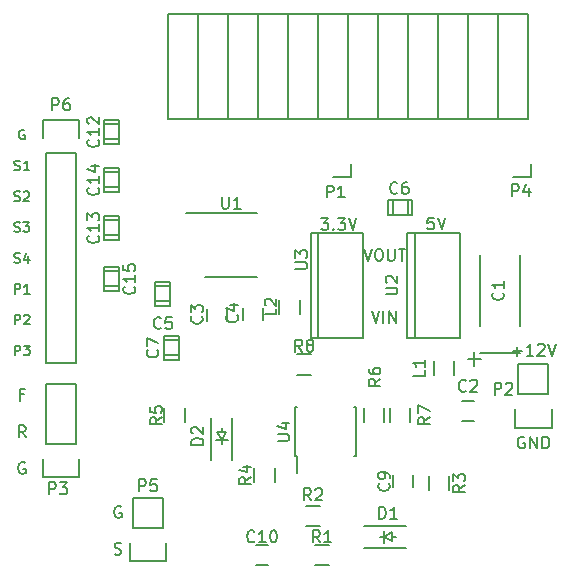
<source format=gto>
%FSLAX46Y46*%
G04 Gerber Fmt 4.6, Leading zero omitted, Abs format (unit mm)*
G04 Created by KiCad (PCBNEW (2014-10-27 BZR 5228)-product) date 28/06/2015 08:06:50*
%MOMM*%
G01*
G04 APERTURE LIST*
%ADD10C,0.100000*%
%ADD11C,0.150000*%
%ADD12C,0.127000*%
G04 APERTURE END LIST*
D10*
D11*
X117564071Y-101958500D02*
X117485500Y-101919214D01*
X117367643Y-101919214D01*
X117249786Y-101958500D01*
X117171214Y-102037071D01*
X117131929Y-102115643D01*
X117092643Y-102272786D01*
X117092643Y-102390643D01*
X117131929Y-102547786D01*
X117171214Y-102626357D01*
X117249786Y-102704929D01*
X117367643Y-102744214D01*
X117446214Y-102744214D01*
X117564071Y-102704929D01*
X117603357Y-102665643D01*
X117603357Y-102390643D01*
X117446214Y-102390643D01*
X116719429Y-105314929D02*
X116837286Y-105354214D01*
X117033715Y-105354214D01*
X117112286Y-105314929D01*
X117151572Y-105275643D01*
X117190857Y-105197071D01*
X117190857Y-105118500D01*
X117151572Y-105039929D01*
X117112286Y-105000643D01*
X117033715Y-104961357D01*
X116876572Y-104922071D01*
X116798000Y-104882786D01*
X116758715Y-104843500D01*
X116719429Y-104764929D01*
X116719429Y-104686357D01*
X116758715Y-104607786D01*
X116798000Y-104568500D01*
X116876572Y-104529214D01*
X117073000Y-104529214D01*
X117190857Y-104568500D01*
X117976571Y-105354214D02*
X117505143Y-105354214D01*
X117740857Y-105354214D02*
X117740857Y-104529214D01*
X117662286Y-104647071D01*
X117583714Y-104725643D01*
X117505143Y-104764929D01*
X116719429Y-107924929D02*
X116837286Y-107964214D01*
X117033715Y-107964214D01*
X117112286Y-107924929D01*
X117151572Y-107885643D01*
X117190857Y-107807071D01*
X117190857Y-107728500D01*
X117151572Y-107649929D01*
X117112286Y-107610643D01*
X117033715Y-107571357D01*
X116876572Y-107532071D01*
X116798000Y-107492786D01*
X116758715Y-107453500D01*
X116719429Y-107374929D01*
X116719429Y-107296357D01*
X116758715Y-107217786D01*
X116798000Y-107178500D01*
X116876572Y-107139214D01*
X117073000Y-107139214D01*
X117190857Y-107178500D01*
X117505143Y-107217786D02*
X117544429Y-107178500D01*
X117623000Y-107139214D01*
X117819429Y-107139214D01*
X117898000Y-107178500D01*
X117937286Y-107217786D01*
X117976571Y-107296357D01*
X117976571Y-107374929D01*
X117937286Y-107492786D01*
X117465857Y-107964214D01*
X117976571Y-107964214D01*
X116719429Y-110534929D02*
X116837286Y-110574214D01*
X117033715Y-110574214D01*
X117112286Y-110534929D01*
X117151572Y-110495643D01*
X117190857Y-110417071D01*
X117190857Y-110338500D01*
X117151572Y-110259929D01*
X117112286Y-110220643D01*
X117033715Y-110181357D01*
X116876572Y-110142071D01*
X116798000Y-110102786D01*
X116758715Y-110063500D01*
X116719429Y-109984929D01*
X116719429Y-109906357D01*
X116758715Y-109827786D01*
X116798000Y-109788500D01*
X116876572Y-109749214D01*
X117073000Y-109749214D01*
X117190857Y-109788500D01*
X117465857Y-109749214D02*
X117976571Y-109749214D01*
X117701571Y-110063500D01*
X117819429Y-110063500D01*
X117898000Y-110102786D01*
X117937286Y-110142071D01*
X117976571Y-110220643D01*
X117976571Y-110417071D01*
X117937286Y-110495643D01*
X117898000Y-110534929D01*
X117819429Y-110574214D01*
X117583714Y-110574214D01*
X117505143Y-110534929D01*
X117465857Y-110495643D01*
X116719429Y-113144929D02*
X116837286Y-113184214D01*
X117033715Y-113184214D01*
X117112286Y-113144929D01*
X117151572Y-113105643D01*
X117190857Y-113027071D01*
X117190857Y-112948500D01*
X117151572Y-112869929D01*
X117112286Y-112830643D01*
X117033715Y-112791357D01*
X116876572Y-112752071D01*
X116798000Y-112712786D01*
X116758715Y-112673500D01*
X116719429Y-112594929D01*
X116719429Y-112516357D01*
X116758715Y-112437786D01*
X116798000Y-112398500D01*
X116876572Y-112359214D01*
X117073000Y-112359214D01*
X117190857Y-112398500D01*
X117898000Y-112634214D02*
X117898000Y-113184214D01*
X117701571Y-112319929D02*
X117505143Y-112909214D01*
X118015857Y-112909214D01*
X116739072Y-115794214D02*
X116739072Y-114969214D01*
X117053357Y-114969214D01*
X117131929Y-115008500D01*
X117171214Y-115047786D01*
X117210500Y-115126357D01*
X117210500Y-115244214D01*
X117171214Y-115322786D01*
X117131929Y-115362071D01*
X117053357Y-115401357D01*
X116739072Y-115401357D01*
X117996214Y-115794214D02*
X117524786Y-115794214D01*
X117760500Y-115794214D02*
X117760500Y-114969214D01*
X117681929Y-115087071D01*
X117603357Y-115165643D01*
X117524786Y-115204929D01*
X116739072Y-118404214D02*
X116739072Y-117579214D01*
X117053357Y-117579214D01*
X117131929Y-117618500D01*
X117171214Y-117657786D01*
X117210500Y-117736357D01*
X117210500Y-117854214D01*
X117171214Y-117932786D01*
X117131929Y-117972071D01*
X117053357Y-118011357D01*
X116739072Y-118011357D01*
X117524786Y-117657786D02*
X117564072Y-117618500D01*
X117642643Y-117579214D01*
X117839072Y-117579214D01*
X117917643Y-117618500D01*
X117956929Y-117657786D01*
X117996214Y-117736357D01*
X117996214Y-117814929D01*
X117956929Y-117932786D01*
X117485500Y-118404214D01*
X117996214Y-118404214D01*
X116739072Y-121014214D02*
X116739072Y-120189214D01*
X117053357Y-120189214D01*
X117131929Y-120228500D01*
X117171214Y-120267786D01*
X117210500Y-120346357D01*
X117210500Y-120464214D01*
X117171214Y-120542786D01*
X117131929Y-120582071D01*
X117053357Y-120621357D01*
X116739072Y-120621357D01*
X117485500Y-120189214D02*
X117996214Y-120189214D01*
X117721214Y-120503500D01*
X117839072Y-120503500D01*
X117917643Y-120542786D01*
X117956929Y-120582071D01*
X117996214Y-120660643D01*
X117996214Y-120857071D01*
X117956929Y-120935643D01*
X117917643Y-120974929D01*
X117839072Y-121014214D01*
X117603357Y-121014214D01*
X117524786Y-120974929D01*
X117485500Y-120935643D01*
X146288095Y-112002381D02*
X146621428Y-113002381D01*
X146954762Y-112002381D01*
X147478571Y-112002381D02*
X147669048Y-112002381D01*
X147764286Y-112050000D01*
X147859524Y-112145238D01*
X147907143Y-112335714D01*
X147907143Y-112669048D01*
X147859524Y-112859524D01*
X147764286Y-112954762D01*
X147669048Y-113002381D01*
X147478571Y-113002381D01*
X147383333Y-112954762D01*
X147288095Y-112859524D01*
X147240476Y-112669048D01*
X147240476Y-112335714D01*
X147288095Y-112145238D01*
X147383333Y-112050000D01*
X147478571Y-112002381D01*
X148335714Y-112002381D02*
X148335714Y-112811905D01*
X148383333Y-112907143D01*
X148430952Y-112954762D01*
X148526190Y-113002381D01*
X148716667Y-113002381D01*
X148811905Y-112954762D01*
X148859524Y-112907143D01*
X148907143Y-112811905D01*
X148907143Y-112002381D01*
X149240476Y-112002381D02*
X149811905Y-112002381D01*
X149526190Y-113002381D02*
X149526190Y-112002381D01*
X146954762Y-117252381D02*
X147288095Y-118252381D01*
X147621429Y-117252381D01*
X147954762Y-118252381D02*
X147954762Y-117252381D01*
X148430952Y-118252381D02*
X148430952Y-117252381D01*
X149002381Y-118252381D01*
X149002381Y-117252381D01*
X125737905Y-133840000D02*
X125642667Y-133792381D01*
X125499810Y-133792381D01*
X125356952Y-133840000D01*
X125261714Y-133935238D01*
X125214095Y-134030476D01*
X125166476Y-134220952D01*
X125166476Y-134363810D01*
X125214095Y-134554286D01*
X125261714Y-134649524D01*
X125356952Y-134744762D01*
X125499810Y-134792381D01*
X125595048Y-134792381D01*
X125737905Y-134744762D01*
X125785524Y-134697143D01*
X125785524Y-134363810D01*
X125595048Y-134363810D01*
X125190286Y-137844762D02*
X125333143Y-137892381D01*
X125571239Y-137892381D01*
X125666477Y-137844762D01*
X125714096Y-137797143D01*
X125761715Y-137701905D01*
X125761715Y-137606667D01*
X125714096Y-137511429D01*
X125666477Y-137463810D01*
X125571239Y-137416190D01*
X125380762Y-137368571D01*
X125285524Y-137320952D01*
X125237905Y-137273333D01*
X125190286Y-137178095D01*
X125190286Y-137082857D01*
X125237905Y-136987619D01*
X125285524Y-136940000D01*
X125380762Y-136892381D01*
X125618858Y-136892381D01*
X125761715Y-136940000D01*
X117490858Y-124336571D02*
X117157524Y-124336571D01*
X117157524Y-124860381D02*
X117157524Y-123860381D01*
X117633715Y-123860381D01*
X117657524Y-127960381D02*
X117324190Y-127484190D01*
X117086095Y-127960381D02*
X117086095Y-126960381D01*
X117467048Y-126960381D01*
X117562286Y-127008000D01*
X117609905Y-127055619D01*
X117657524Y-127150857D01*
X117657524Y-127293714D01*
X117609905Y-127388952D01*
X117562286Y-127436571D01*
X117467048Y-127484190D01*
X117086095Y-127484190D01*
X117609905Y-130108000D02*
X117514667Y-130060381D01*
X117371810Y-130060381D01*
X117228952Y-130108000D01*
X117133714Y-130203238D01*
X117086095Y-130298476D01*
X117038476Y-130488952D01*
X117038476Y-130631810D01*
X117086095Y-130822286D01*
X117133714Y-130917524D01*
X117228952Y-131012762D01*
X117371810Y-131060381D01*
X117467048Y-131060381D01*
X117609905Y-131012762D01*
X117657524Y-130965143D01*
X117657524Y-130631810D01*
X117467048Y-130631810D01*
X152209524Y-109352381D02*
X151733333Y-109352381D01*
X151685714Y-109828571D01*
X151733333Y-109780952D01*
X151828571Y-109733333D01*
X152066667Y-109733333D01*
X152161905Y-109780952D01*
X152209524Y-109828571D01*
X152257143Y-109923810D01*
X152257143Y-110161905D01*
X152209524Y-110257143D01*
X152161905Y-110304762D01*
X152066667Y-110352381D01*
X151828571Y-110352381D01*
X151733333Y-110304762D01*
X151685714Y-110257143D01*
X152542857Y-109352381D02*
X152876190Y-110352381D01*
X153209524Y-109352381D01*
X142673810Y-109402381D02*
X143292858Y-109402381D01*
X142959524Y-109783333D01*
X143102382Y-109783333D01*
X143197620Y-109830952D01*
X143245239Y-109878571D01*
X143292858Y-109973810D01*
X143292858Y-110211905D01*
X143245239Y-110307143D01*
X143197620Y-110354762D01*
X143102382Y-110402381D01*
X142816667Y-110402381D01*
X142721429Y-110354762D01*
X142673810Y-110307143D01*
X143721429Y-110307143D02*
X143769048Y-110354762D01*
X143721429Y-110402381D01*
X143673810Y-110354762D01*
X143721429Y-110307143D01*
X143721429Y-110402381D01*
X144102381Y-109402381D02*
X144721429Y-109402381D01*
X144388095Y-109783333D01*
X144530953Y-109783333D01*
X144626191Y-109830952D01*
X144673810Y-109878571D01*
X144721429Y-109973810D01*
X144721429Y-110211905D01*
X144673810Y-110307143D01*
X144626191Y-110354762D01*
X144530953Y-110402381D01*
X144245238Y-110402381D01*
X144150000Y-110354762D01*
X144102381Y-110307143D01*
X145007143Y-109402381D02*
X145340476Y-110402381D01*
X145673810Y-109402381D01*
X159888096Y-127950000D02*
X159792858Y-127902381D01*
X159650001Y-127902381D01*
X159507143Y-127950000D01*
X159411905Y-128045238D01*
X159364286Y-128140476D01*
X159316667Y-128330952D01*
X159316667Y-128473810D01*
X159364286Y-128664286D01*
X159411905Y-128759524D01*
X159507143Y-128854762D01*
X159650001Y-128902381D01*
X159745239Y-128902381D01*
X159888096Y-128854762D01*
X159935715Y-128807143D01*
X159935715Y-128473810D01*
X159745239Y-128473810D01*
X160364286Y-128902381D02*
X160364286Y-127902381D01*
X160935715Y-128902381D01*
X160935715Y-127902381D01*
X161411905Y-128902381D02*
X161411905Y-127902381D01*
X161650000Y-127902381D01*
X161792858Y-127950000D01*
X161888096Y-128045238D01*
X161935715Y-128140476D01*
X161983334Y-128330952D01*
X161983334Y-128473810D01*
X161935715Y-128664286D01*
X161888096Y-128759524D01*
X161792858Y-128854762D01*
X161650000Y-128902381D01*
X161411905Y-128902381D01*
X158888095Y-120671429D02*
X159650000Y-120671429D01*
X159269048Y-121052381D02*
X159269048Y-120290476D01*
X160650000Y-121052381D02*
X160078571Y-121052381D01*
X160364285Y-121052381D02*
X160364285Y-120052381D01*
X160269047Y-120195238D01*
X160173809Y-120290476D01*
X160078571Y-120338095D01*
X161030952Y-120147619D02*
X161078571Y-120100000D01*
X161173809Y-120052381D01*
X161411905Y-120052381D01*
X161507143Y-120100000D01*
X161554762Y-120147619D01*
X161602381Y-120242857D01*
X161602381Y-120338095D01*
X161554762Y-120480952D01*
X160983333Y-121052381D01*
X161602381Y-121052381D01*
X161888095Y-120052381D02*
X162221428Y-121052381D01*
X162554762Y-120052381D01*
X156100740Y-120800180D02*
X159499260Y-120800180D01*
X159499260Y-112550260D02*
X159499260Y-118549740D01*
X156100740Y-112550260D02*
X156100740Y-118549740D01*
X155097440Y-121303100D02*
X156197260Y-121303100D01*
X155597820Y-121902540D02*
X155597820Y-120703660D01*
X137750000Y-118050000D02*
X137750000Y-117050000D01*
X136050000Y-117050000D02*
X136050000Y-118050000D01*
X134750000Y-118100000D02*
X134750000Y-117100000D01*
X133050000Y-117100000D02*
X133050000Y-118100000D01*
X155600000Y-124900000D02*
X154600000Y-124900000D01*
X154600000Y-126600000D02*
X155600000Y-126600000D01*
D12*
X128651000Y-115189000D02*
X129921000Y-115189000D01*
X128651000Y-116459000D02*
X129895600Y-116459000D01*
X128651000Y-116840000D02*
X128651000Y-114808000D01*
X128651000Y-114808000D02*
X129921000Y-114808000D01*
X129921000Y-114808000D02*
X129921000Y-116840000D01*
X129921000Y-116840000D02*
X128651000Y-116840000D01*
X148765000Y-109135000D02*
X148765000Y-107865000D01*
X150035000Y-109135000D02*
X150035000Y-107890400D01*
X150416000Y-109135000D02*
X148384000Y-109135000D01*
X148384000Y-109135000D02*
X148384000Y-107865000D01*
X148384000Y-107865000D02*
X150416000Y-107865000D01*
X150416000Y-107865000D02*
X150416000Y-109135000D01*
X129413000Y-119761000D02*
X130683000Y-119761000D01*
X129413000Y-121031000D02*
X130657600Y-121031000D01*
X129413000Y-121412000D02*
X129413000Y-119380000D01*
X129413000Y-119380000D02*
X130683000Y-119380000D01*
X130683000Y-119380000D02*
X130683000Y-121412000D01*
X130683000Y-121412000D02*
X129413000Y-121412000D01*
D11*
X159380000Y-124330000D02*
X159380000Y-121790000D01*
X159100000Y-127150000D02*
X159100000Y-125600000D01*
X159380000Y-124330000D02*
X161920000Y-124330000D01*
X162200000Y-125600000D02*
X162200000Y-127150000D01*
X162200000Y-127150000D02*
X159100000Y-127150000D01*
X161920000Y-124330000D02*
X161920000Y-121790000D01*
X161920000Y-121790000D02*
X159380000Y-121790000D01*
X121920000Y-128524000D02*
X121920000Y-123444000D01*
X121920000Y-123444000D02*
X119380000Y-123444000D01*
X119380000Y-123444000D02*
X119380000Y-128524000D01*
X119100000Y-131344000D02*
X119100000Y-129794000D01*
X119380000Y-128524000D02*
X121920000Y-128524000D01*
X122200000Y-129794000D02*
X122200000Y-131344000D01*
X122200000Y-131344000D02*
X119100000Y-131344000D01*
X129730000Y-92160000D02*
X129730000Y-100990000D01*
X132270000Y-92160000D02*
X129730000Y-92160000D01*
X132270000Y-100990000D02*
X129730000Y-100990000D01*
X129730000Y-100990000D02*
X129730000Y-92160000D01*
X132270000Y-100990000D02*
X132270000Y-92160000D01*
X134810000Y-100990000D02*
X132270000Y-100990000D01*
X134810000Y-92160000D02*
X132270000Y-92160000D01*
X132270000Y-92160000D02*
X132270000Y-100990000D01*
X134810000Y-92160000D02*
X134810000Y-100990000D01*
X137350000Y-92160000D02*
X134810000Y-92160000D01*
X137350000Y-100990000D02*
X134810000Y-100990000D01*
X134810000Y-100990000D02*
X134810000Y-92160000D01*
X137350000Y-100990000D02*
X137350000Y-92160000D01*
X139890000Y-100990000D02*
X137350000Y-100990000D01*
X139890000Y-92160000D02*
X137350000Y-92160000D01*
X137350000Y-92160000D02*
X137350000Y-100990000D01*
X139890000Y-92160000D02*
X139890000Y-100990000D01*
X142430000Y-92160000D02*
X139890000Y-92160000D01*
X142430000Y-100990000D02*
X139890000Y-100990000D01*
X139890000Y-100990000D02*
X139890000Y-92160000D01*
X142430000Y-100990000D02*
X142430000Y-92160000D01*
X144970000Y-100990000D02*
X142430000Y-100990000D01*
X143700000Y-105950000D02*
X145250000Y-105950000D01*
X145250000Y-105950000D02*
X145250000Y-104800000D01*
X144970000Y-100990000D02*
X144970000Y-92160000D01*
X144970000Y-92160000D02*
X142430000Y-92160000D01*
X142430000Y-92160000D02*
X142430000Y-100990000D01*
X144930000Y-92160000D02*
X144930000Y-100990000D01*
X147470000Y-92160000D02*
X144930000Y-92160000D01*
X147470000Y-100990000D02*
X144930000Y-100990000D01*
X144930000Y-100990000D02*
X144930000Y-92160000D01*
X147470000Y-100990000D02*
X147470000Y-92160000D01*
X150010000Y-100990000D02*
X147470000Y-100990000D01*
X150010000Y-92160000D02*
X147470000Y-92160000D01*
X147470000Y-92160000D02*
X147470000Y-100990000D01*
X150010000Y-92160000D02*
X150010000Y-100990000D01*
X152550000Y-92160000D02*
X150010000Y-92160000D01*
X152550000Y-100990000D02*
X150010000Y-100990000D01*
X150010000Y-100990000D02*
X150010000Y-92160000D01*
X152550000Y-100990000D02*
X152550000Y-92160000D01*
X155090000Y-100990000D02*
X152550000Y-100990000D01*
X155090000Y-92160000D02*
X152550000Y-92160000D01*
X152550000Y-92160000D02*
X152550000Y-100990000D01*
X155090000Y-92160000D02*
X155090000Y-100990000D01*
X157630000Y-92160000D02*
X155090000Y-92160000D01*
X157630000Y-100990000D02*
X155090000Y-100990000D01*
X155090000Y-100990000D02*
X155090000Y-92160000D01*
X157630000Y-100990000D02*
X157630000Y-92160000D01*
X160170000Y-100990000D02*
X157630000Y-100990000D01*
X158900000Y-105950000D02*
X160450000Y-105950000D01*
X160450000Y-105950000D02*
X160450000Y-104800000D01*
X160170000Y-100990000D02*
X160170000Y-92160000D01*
X160170000Y-92160000D02*
X157630000Y-92160000D01*
X157630000Y-92160000D02*
X157630000Y-100990000D01*
X150595000Y-119545000D02*
X149960000Y-119545000D01*
X149960000Y-119545000D02*
X149960000Y-110655000D01*
X149960000Y-110655000D02*
X150595000Y-110655000D01*
X154405000Y-119545000D02*
X150595000Y-119545000D01*
X150595000Y-119545000D02*
X150595000Y-110655000D01*
X150595000Y-110655000D02*
X154405000Y-110655000D01*
X154405000Y-110655000D02*
X154405000Y-119545000D01*
X142445000Y-119595000D02*
X141810000Y-119595000D01*
X141810000Y-119595000D02*
X141810000Y-110705000D01*
X141810000Y-110705000D02*
X142445000Y-110705000D01*
X146255000Y-119595000D02*
X142445000Y-119595000D01*
X142445000Y-119595000D02*
X142445000Y-110705000D01*
X142445000Y-110705000D02*
X146255000Y-110705000D01*
X146255000Y-110705000D02*
X146255000Y-119595000D01*
X148800000Y-131150000D02*
X148800000Y-132150000D01*
X150500000Y-132150000D02*
X150500000Y-131150000D01*
X126746000Y-135636000D02*
X126746000Y-133096000D01*
X126466000Y-138456000D02*
X126466000Y-136906000D01*
X126746000Y-135636000D02*
X129286000Y-135636000D01*
X129566000Y-136906000D02*
X129566000Y-138456000D01*
X129566000Y-138456000D02*
X126466000Y-138456000D01*
X129286000Y-135636000D02*
X129286000Y-133096000D01*
X129286000Y-133096000D02*
X126746000Y-133096000D01*
X143348000Y-138797000D02*
X142148000Y-138797000D01*
X142148000Y-137047000D02*
X143348000Y-137047000D01*
X141386000Y-133745000D02*
X142586000Y-133745000D01*
X142586000Y-135495000D02*
X141386000Y-135495000D01*
X153525000Y-131200000D02*
X153525000Y-132400000D01*
X151775000Y-132400000D02*
X151775000Y-131200000D01*
X137025000Y-131750000D02*
X137025000Y-130550000D01*
X138775000Y-130550000D02*
X138775000Y-131750000D01*
X129375000Y-126700000D02*
X129375000Y-125500000D01*
X131125000Y-125500000D02*
X131125000Y-126700000D01*
X146275000Y-126700000D02*
X146275000Y-125500000D01*
X148025000Y-125500000D02*
X148025000Y-126700000D01*
X148475000Y-126700000D02*
X148475000Y-125500000D01*
X150225000Y-125500000D02*
X150225000Y-126700000D01*
X141800000Y-122675000D02*
X140600000Y-122675000D01*
X140600000Y-120925000D02*
X141800000Y-120925000D01*
X132850000Y-114425000D02*
X137250000Y-114425000D01*
X131275000Y-108975000D02*
X137250000Y-108975000D01*
X140475000Y-129575000D02*
X140620000Y-129575000D01*
X140475000Y-125425000D02*
X140620000Y-125425000D01*
X145625000Y-125425000D02*
X145480000Y-125425000D01*
X145625000Y-129575000D02*
X145480000Y-129575000D01*
X140475000Y-129575000D02*
X140475000Y-125425000D01*
X145625000Y-129575000D02*
X145625000Y-125425000D01*
X140620000Y-129575000D02*
X140620000Y-130975000D01*
X137168000Y-138772000D02*
X138168000Y-138772000D01*
X138168000Y-137072000D02*
X137168000Y-137072000D01*
X148653500Y-136398000D02*
X149034500Y-136398000D01*
X147637500Y-136398000D02*
X148018500Y-136398000D01*
X148018500Y-136398000D02*
X148653500Y-136017000D01*
X148653500Y-136017000D02*
X148653500Y-136779000D01*
X148653500Y-136779000D02*
X148018500Y-136398000D01*
X148018500Y-135890000D02*
X148018500Y-136906000D01*
X146336000Y-137298000D02*
X149876000Y-137298000D01*
X146336000Y-135498000D02*
X149876000Y-135498000D01*
X134250000Y-127532500D02*
X134250000Y-127151500D01*
X134250000Y-128548500D02*
X134250000Y-128167500D01*
X134250000Y-128167500D02*
X133869000Y-127532500D01*
X133869000Y-127532500D02*
X134631000Y-127532500D01*
X134631000Y-127532500D02*
X134250000Y-128167500D01*
X133742000Y-128167500D02*
X134758000Y-128167500D01*
X135150000Y-129850000D02*
X135150000Y-126310000D01*
X133350000Y-129850000D02*
X133350000Y-126310000D01*
X153975000Y-121500000D02*
X153975000Y-122700000D01*
X152225000Y-122700000D02*
X152225000Y-121500000D01*
X139125000Y-117550000D02*
X139125000Y-116350000D01*
X140875000Y-116350000D02*
X140875000Y-117550000D01*
D12*
X125603000Y-102743000D02*
X124333000Y-102743000D01*
X125603000Y-101473000D02*
X124358400Y-101473000D01*
X125603000Y-101092000D02*
X125603000Y-103124000D01*
X125603000Y-103124000D02*
X124333000Y-103124000D01*
X124333000Y-103124000D02*
X124333000Y-101092000D01*
X124333000Y-101092000D02*
X125603000Y-101092000D01*
X125603000Y-110871000D02*
X124333000Y-110871000D01*
X125603000Y-109601000D02*
X124358400Y-109601000D01*
X125603000Y-109220000D02*
X125603000Y-111252000D01*
X125603000Y-111252000D02*
X124333000Y-111252000D01*
X124333000Y-111252000D02*
X124333000Y-109220000D01*
X124333000Y-109220000D02*
X125603000Y-109220000D01*
X125603000Y-106807000D02*
X124333000Y-106807000D01*
X125603000Y-105537000D02*
X124358400Y-105537000D01*
X125603000Y-105156000D02*
X125603000Y-107188000D01*
X125603000Y-107188000D02*
X124333000Y-107188000D01*
X124333000Y-107188000D02*
X124333000Y-105156000D01*
X124333000Y-105156000D02*
X125603000Y-105156000D01*
X124333000Y-113919000D02*
X125603000Y-113919000D01*
X124333000Y-115189000D02*
X125577600Y-115189000D01*
X124333000Y-115570000D02*
X124333000Y-113538000D01*
X124333000Y-113538000D02*
X125603000Y-113538000D01*
X125603000Y-113538000D02*
X125603000Y-115570000D01*
X125603000Y-115570000D02*
X124333000Y-115570000D01*
D11*
X121920000Y-103886000D02*
X121920000Y-121666000D01*
X121920000Y-121666000D02*
X119380000Y-121666000D01*
X119380000Y-121666000D02*
X119380000Y-103886000D01*
X122200000Y-101066000D02*
X122200000Y-102616000D01*
X121920000Y-103886000D02*
X119380000Y-103886000D01*
X119100000Y-102616000D02*
X119100000Y-101066000D01*
X119100000Y-101066000D02*
X122200000Y-101066000D01*
X158057143Y-115716666D02*
X158104762Y-115764285D01*
X158152381Y-115907142D01*
X158152381Y-116002380D01*
X158104762Y-116145238D01*
X158009524Y-116240476D01*
X157914286Y-116288095D01*
X157723810Y-116335714D01*
X157580952Y-116335714D01*
X157390476Y-116288095D01*
X157295238Y-116240476D01*
X157200000Y-116145238D01*
X157152381Y-116002380D01*
X157152381Y-115907142D01*
X157200000Y-115764285D01*
X157247619Y-115716666D01*
X158152381Y-114764285D02*
X158152381Y-115335714D01*
X158152381Y-115050000D02*
X157152381Y-115050000D01*
X157295238Y-115145238D01*
X157390476Y-115240476D01*
X157438095Y-115335714D01*
X135557143Y-117616666D02*
X135604762Y-117664285D01*
X135652381Y-117807142D01*
X135652381Y-117902380D01*
X135604762Y-118045238D01*
X135509524Y-118140476D01*
X135414286Y-118188095D01*
X135223810Y-118235714D01*
X135080952Y-118235714D01*
X134890476Y-118188095D01*
X134795238Y-118140476D01*
X134700000Y-118045238D01*
X134652381Y-117902380D01*
X134652381Y-117807142D01*
X134700000Y-117664285D01*
X134747619Y-117616666D01*
X134985714Y-116759523D02*
X135652381Y-116759523D01*
X134604762Y-116997619D02*
X135319048Y-117235714D01*
X135319048Y-116616666D01*
X132557143Y-117716666D02*
X132604762Y-117764285D01*
X132652381Y-117907142D01*
X132652381Y-118002380D01*
X132604762Y-118145238D01*
X132509524Y-118240476D01*
X132414286Y-118288095D01*
X132223810Y-118335714D01*
X132080952Y-118335714D01*
X131890476Y-118288095D01*
X131795238Y-118240476D01*
X131700000Y-118145238D01*
X131652381Y-118002380D01*
X131652381Y-117907142D01*
X131700000Y-117764285D01*
X131747619Y-117716666D01*
X131652381Y-117383333D02*
X131652381Y-116764285D01*
X132033333Y-117097619D01*
X132033333Y-116954761D01*
X132080952Y-116859523D01*
X132128571Y-116811904D01*
X132223810Y-116764285D01*
X132461905Y-116764285D01*
X132557143Y-116811904D01*
X132604762Y-116859523D01*
X132652381Y-116954761D01*
X132652381Y-117240476D01*
X132604762Y-117335714D01*
X132557143Y-117383333D01*
X154933334Y-124007143D02*
X154885715Y-124054762D01*
X154742858Y-124102381D01*
X154647620Y-124102381D01*
X154504762Y-124054762D01*
X154409524Y-123959524D01*
X154361905Y-123864286D01*
X154314286Y-123673810D01*
X154314286Y-123530952D01*
X154361905Y-123340476D01*
X154409524Y-123245238D01*
X154504762Y-123150000D01*
X154647620Y-123102381D01*
X154742858Y-123102381D01*
X154885715Y-123150000D01*
X154933334Y-123197619D01*
X155314286Y-123197619D02*
X155361905Y-123150000D01*
X155457143Y-123102381D01*
X155695239Y-123102381D01*
X155790477Y-123150000D01*
X155838096Y-123197619D01*
X155885715Y-123292857D01*
X155885715Y-123388095D01*
X155838096Y-123530952D01*
X155266667Y-124102381D01*
X155885715Y-124102381D01*
X129119334Y-118681143D02*
X129071715Y-118728762D01*
X128928858Y-118776381D01*
X128833620Y-118776381D01*
X128690762Y-118728762D01*
X128595524Y-118633524D01*
X128547905Y-118538286D01*
X128500286Y-118347810D01*
X128500286Y-118204952D01*
X128547905Y-118014476D01*
X128595524Y-117919238D01*
X128690762Y-117824000D01*
X128833620Y-117776381D01*
X128928858Y-117776381D01*
X129071715Y-117824000D01*
X129119334Y-117871619D01*
X130024096Y-117776381D02*
X129547905Y-117776381D01*
X129500286Y-118252571D01*
X129547905Y-118204952D01*
X129643143Y-118157333D01*
X129881239Y-118157333D01*
X129976477Y-118204952D01*
X130024096Y-118252571D01*
X130071715Y-118347810D01*
X130071715Y-118585905D01*
X130024096Y-118681143D01*
X129976477Y-118728762D01*
X129881239Y-118776381D01*
X129643143Y-118776381D01*
X129547905Y-118728762D01*
X129500286Y-118681143D01*
X149133334Y-107257143D02*
X149085715Y-107304762D01*
X148942858Y-107352381D01*
X148847620Y-107352381D01*
X148704762Y-107304762D01*
X148609524Y-107209524D01*
X148561905Y-107114286D01*
X148514286Y-106923810D01*
X148514286Y-106780952D01*
X148561905Y-106590476D01*
X148609524Y-106495238D01*
X148704762Y-106400000D01*
X148847620Y-106352381D01*
X148942858Y-106352381D01*
X149085715Y-106400000D01*
X149133334Y-106447619D01*
X149990477Y-106352381D02*
X149800000Y-106352381D01*
X149704762Y-106400000D01*
X149657143Y-106447619D01*
X149561905Y-106590476D01*
X149514286Y-106780952D01*
X149514286Y-107161905D01*
X149561905Y-107257143D01*
X149609524Y-107304762D01*
X149704762Y-107352381D01*
X149895239Y-107352381D01*
X149990477Y-107304762D01*
X150038096Y-107257143D01*
X150085715Y-107161905D01*
X150085715Y-106923810D01*
X150038096Y-106828571D01*
X149990477Y-106780952D01*
X149895239Y-106733333D01*
X149704762Y-106733333D01*
X149609524Y-106780952D01*
X149561905Y-106828571D01*
X149514286Y-106923810D01*
X128805143Y-120562666D02*
X128852762Y-120610285D01*
X128900381Y-120753142D01*
X128900381Y-120848380D01*
X128852762Y-120991238D01*
X128757524Y-121086476D01*
X128662286Y-121134095D01*
X128471810Y-121181714D01*
X128328952Y-121181714D01*
X128138476Y-121134095D01*
X128043238Y-121086476D01*
X127948000Y-120991238D01*
X127900381Y-120848380D01*
X127900381Y-120753142D01*
X127948000Y-120610285D01*
X127995619Y-120562666D01*
X127900381Y-120229333D02*
X127900381Y-119562666D01*
X128900381Y-119991238D01*
X157361905Y-124352381D02*
X157361905Y-123352381D01*
X157742858Y-123352381D01*
X157838096Y-123400000D01*
X157885715Y-123447619D01*
X157933334Y-123542857D01*
X157933334Y-123685714D01*
X157885715Y-123780952D01*
X157838096Y-123828571D01*
X157742858Y-123876190D01*
X157361905Y-123876190D01*
X158314286Y-123447619D02*
X158361905Y-123400000D01*
X158457143Y-123352381D01*
X158695239Y-123352381D01*
X158790477Y-123400000D01*
X158838096Y-123447619D01*
X158885715Y-123542857D01*
X158885715Y-123638095D01*
X158838096Y-123780952D01*
X158266667Y-124352381D01*
X158885715Y-124352381D01*
X119657905Y-132786381D02*
X119657905Y-131786381D01*
X120038858Y-131786381D01*
X120134096Y-131834000D01*
X120181715Y-131881619D01*
X120229334Y-131976857D01*
X120229334Y-132119714D01*
X120181715Y-132214952D01*
X120134096Y-132262571D01*
X120038858Y-132310190D01*
X119657905Y-132310190D01*
X120562667Y-131786381D02*
X121181715Y-131786381D01*
X120848381Y-132167333D01*
X120991239Y-132167333D01*
X121086477Y-132214952D01*
X121134096Y-132262571D01*
X121181715Y-132357810D01*
X121181715Y-132595905D01*
X121134096Y-132691143D01*
X121086477Y-132738762D01*
X120991239Y-132786381D01*
X120705524Y-132786381D01*
X120610286Y-132738762D01*
X120562667Y-132691143D01*
X143161905Y-107652381D02*
X143161905Y-106652381D01*
X143542858Y-106652381D01*
X143638096Y-106700000D01*
X143685715Y-106747619D01*
X143733334Y-106842857D01*
X143733334Y-106985714D01*
X143685715Y-107080952D01*
X143638096Y-107128571D01*
X143542858Y-107176190D01*
X143161905Y-107176190D01*
X144685715Y-107652381D02*
X144114286Y-107652381D01*
X144400000Y-107652381D02*
X144400000Y-106652381D01*
X144304762Y-106795238D01*
X144209524Y-106890476D01*
X144114286Y-106938095D01*
X158861905Y-107552381D02*
X158861905Y-106552381D01*
X159242858Y-106552381D01*
X159338096Y-106600000D01*
X159385715Y-106647619D01*
X159433334Y-106742857D01*
X159433334Y-106885714D01*
X159385715Y-106980952D01*
X159338096Y-107028571D01*
X159242858Y-107076190D01*
X158861905Y-107076190D01*
X160290477Y-106885714D02*
X160290477Y-107552381D01*
X160052381Y-106504762D02*
X159814286Y-107219048D01*
X160433334Y-107219048D01*
X148142381Y-115861905D02*
X148951905Y-115861905D01*
X149047143Y-115814286D01*
X149094762Y-115766667D01*
X149142381Y-115671429D01*
X149142381Y-115480952D01*
X149094762Y-115385714D01*
X149047143Y-115338095D01*
X148951905Y-115290476D01*
X148142381Y-115290476D01*
X148237619Y-114861905D02*
X148190000Y-114814286D01*
X148142381Y-114719048D01*
X148142381Y-114480952D01*
X148190000Y-114385714D01*
X148237619Y-114338095D01*
X148332857Y-114290476D01*
X148428095Y-114290476D01*
X148570952Y-114338095D01*
X149142381Y-114909524D01*
X149142381Y-114290476D01*
X140502381Y-113711905D02*
X141311905Y-113711905D01*
X141407143Y-113664286D01*
X141454762Y-113616667D01*
X141502381Y-113521429D01*
X141502381Y-113330952D01*
X141454762Y-113235714D01*
X141407143Y-113188095D01*
X141311905Y-113140476D01*
X140502381Y-113140476D01*
X140502381Y-112759524D02*
X140502381Y-112140476D01*
X140883333Y-112473810D01*
X140883333Y-112330952D01*
X140930952Y-112235714D01*
X140978571Y-112188095D01*
X141073810Y-112140476D01*
X141311905Y-112140476D01*
X141407143Y-112188095D01*
X141454762Y-112235714D01*
X141502381Y-112330952D01*
X141502381Y-112616667D01*
X141454762Y-112711905D01*
X141407143Y-112759524D01*
X148407143Y-131866666D02*
X148454762Y-131914285D01*
X148502381Y-132057142D01*
X148502381Y-132152380D01*
X148454762Y-132295238D01*
X148359524Y-132390476D01*
X148264286Y-132438095D01*
X148073810Y-132485714D01*
X147930952Y-132485714D01*
X147740476Y-132438095D01*
X147645238Y-132390476D01*
X147550000Y-132295238D01*
X147502381Y-132152380D01*
X147502381Y-132057142D01*
X147550000Y-131914285D01*
X147597619Y-131866666D01*
X148502381Y-131390476D02*
X148502381Y-131200000D01*
X148454762Y-131104761D01*
X148407143Y-131057142D01*
X148264286Y-130961904D01*
X148073810Y-130914285D01*
X147692857Y-130914285D01*
X147597619Y-130961904D01*
X147550000Y-131009523D01*
X147502381Y-131104761D01*
X147502381Y-131295238D01*
X147550000Y-131390476D01*
X147597619Y-131438095D01*
X147692857Y-131485714D01*
X147930952Y-131485714D01*
X148026190Y-131438095D01*
X148073810Y-131390476D01*
X148121429Y-131295238D01*
X148121429Y-131104761D01*
X148073810Y-131009523D01*
X148026190Y-130961904D01*
X147930952Y-130914285D01*
X127277905Y-132532381D02*
X127277905Y-131532381D01*
X127658858Y-131532381D01*
X127754096Y-131580000D01*
X127801715Y-131627619D01*
X127849334Y-131722857D01*
X127849334Y-131865714D01*
X127801715Y-131960952D01*
X127754096Y-132008571D01*
X127658858Y-132056190D01*
X127277905Y-132056190D01*
X128754096Y-131532381D02*
X128277905Y-131532381D01*
X128230286Y-132008571D01*
X128277905Y-131960952D01*
X128373143Y-131913333D01*
X128611239Y-131913333D01*
X128706477Y-131960952D01*
X128754096Y-132008571D01*
X128801715Y-132103810D01*
X128801715Y-132341905D01*
X128754096Y-132437143D01*
X128706477Y-132484762D01*
X128611239Y-132532381D01*
X128373143Y-132532381D01*
X128277905Y-132484762D01*
X128230286Y-132437143D01*
X142581334Y-136850381D02*
X142248000Y-136374190D01*
X142009905Y-136850381D02*
X142009905Y-135850381D01*
X142390858Y-135850381D01*
X142486096Y-135898000D01*
X142533715Y-135945619D01*
X142581334Y-136040857D01*
X142581334Y-136183714D01*
X142533715Y-136278952D01*
X142486096Y-136326571D01*
X142390858Y-136374190D01*
X142009905Y-136374190D01*
X143533715Y-136850381D02*
X142962286Y-136850381D01*
X143248000Y-136850381D02*
X143248000Y-135850381D01*
X143152762Y-135993238D01*
X143057524Y-136088476D01*
X142962286Y-136136095D01*
X141819334Y-133294381D02*
X141486000Y-132818190D01*
X141247905Y-133294381D02*
X141247905Y-132294381D01*
X141628858Y-132294381D01*
X141724096Y-132342000D01*
X141771715Y-132389619D01*
X141819334Y-132484857D01*
X141819334Y-132627714D01*
X141771715Y-132722952D01*
X141724096Y-132770571D01*
X141628858Y-132818190D01*
X141247905Y-132818190D01*
X142200286Y-132389619D02*
X142247905Y-132342000D01*
X142343143Y-132294381D01*
X142581239Y-132294381D01*
X142676477Y-132342000D01*
X142724096Y-132389619D01*
X142771715Y-132484857D01*
X142771715Y-132580095D01*
X142724096Y-132722952D01*
X142152667Y-133294381D01*
X142771715Y-133294381D01*
X154852381Y-132016666D02*
X154376190Y-132350000D01*
X154852381Y-132588095D02*
X153852381Y-132588095D01*
X153852381Y-132207142D01*
X153900000Y-132111904D01*
X153947619Y-132064285D01*
X154042857Y-132016666D01*
X154185714Y-132016666D01*
X154280952Y-132064285D01*
X154328571Y-132111904D01*
X154376190Y-132207142D01*
X154376190Y-132588095D01*
X153852381Y-131683333D02*
X153852381Y-131064285D01*
X154233333Y-131397619D01*
X154233333Y-131254761D01*
X154280952Y-131159523D01*
X154328571Y-131111904D01*
X154423810Y-131064285D01*
X154661905Y-131064285D01*
X154757143Y-131111904D01*
X154804762Y-131159523D01*
X154852381Y-131254761D01*
X154852381Y-131540476D01*
X154804762Y-131635714D01*
X154757143Y-131683333D01*
X136752381Y-131316666D02*
X136276190Y-131650000D01*
X136752381Y-131888095D02*
X135752381Y-131888095D01*
X135752381Y-131507142D01*
X135800000Y-131411904D01*
X135847619Y-131364285D01*
X135942857Y-131316666D01*
X136085714Y-131316666D01*
X136180952Y-131364285D01*
X136228571Y-131411904D01*
X136276190Y-131507142D01*
X136276190Y-131888095D01*
X136085714Y-130459523D02*
X136752381Y-130459523D01*
X135704762Y-130697619D02*
X136419048Y-130935714D01*
X136419048Y-130316666D01*
X129202381Y-126266666D02*
X128726190Y-126600000D01*
X129202381Y-126838095D02*
X128202381Y-126838095D01*
X128202381Y-126457142D01*
X128250000Y-126361904D01*
X128297619Y-126314285D01*
X128392857Y-126266666D01*
X128535714Y-126266666D01*
X128630952Y-126314285D01*
X128678571Y-126361904D01*
X128726190Y-126457142D01*
X128726190Y-126838095D01*
X128202381Y-125361904D02*
X128202381Y-125838095D01*
X128678571Y-125885714D01*
X128630952Y-125838095D01*
X128583333Y-125742857D01*
X128583333Y-125504761D01*
X128630952Y-125409523D01*
X128678571Y-125361904D01*
X128773810Y-125314285D01*
X129011905Y-125314285D01*
X129107143Y-125361904D01*
X129154762Y-125409523D01*
X129202381Y-125504761D01*
X129202381Y-125742857D01*
X129154762Y-125838095D01*
X129107143Y-125885714D01*
X147702381Y-123016666D02*
X147226190Y-123350000D01*
X147702381Y-123588095D02*
X146702381Y-123588095D01*
X146702381Y-123207142D01*
X146750000Y-123111904D01*
X146797619Y-123064285D01*
X146892857Y-123016666D01*
X147035714Y-123016666D01*
X147130952Y-123064285D01*
X147178571Y-123111904D01*
X147226190Y-123207142D01*
X147226190Y-123588095D01*
X146702381Y-122159523D02*
X146702381Y-122350000D01*
X146750000Y-122445238D01*
X146797619Y-122492857D01*
X146940476Y-122588095D01*
X147130952Y-122635714D01*
X147511905Y-122635714D01*
X147607143Y-122588095D01*
X147654762Y-122540476D01*
X147702381Y-122445238D01*
X147702381Y-122254761D01*
X147654762Y-122159523D01*
X147607143Y-122111904D01*
X147511905Y-122064285D01*
X147273810Y-122064285D01*
X147178571Y-122111904D01*
X147130952Y-122159523D01*
X147083333Y-122254761D01*
X147083333Y-122445238D01*
X147130952Y-122540476D01*
X147178571Y-122588095D01*
X147273810Y-122635714D01*
X151902381Y-126266666D02*
X151426190Y-126600000D01*
X151902381Y-126838095D02*
X150902381Y-126838095D01*
X150902381Y-126457142D01*
X150950000Y-126361904D01*
X150997619Y-126314285D01*
X151092857Y-126266666D01*
X151235714Y-126266666D01*
X151330952Y-126314285D01*
X151378571Y-126361904D01*
X151426190Y-126457142D01*
X151426190Y-126838095D01*
X150902381Y-125933333D02*
X150902381Y-125266666D01*
X151902381Y-125695238D01*
X141083334Y-120702381D02*
X140750000Y-120226190D01*
X140511905Y-120702381D02*
X140511905Y-119702381D01*
X140892858Y-119702381D01*
X140988096Y-119750000D01*
X141035715Y-119797619D01*
X141083334Y-119892857D01*
X141083334Y-120035714D01*
X141035715Y-120130952D01*
X140988096Y-120178571D01*
X140892858Y-120226190D01*
X140511905Y-120226190D01*
X141654762Y-120130952D02*
X141559524Y-120083333D01*
X141511905Y-120035714D01*
X141464286Y-119940476D01*
X141464286Y-119892857D01*
X141511905Y-119797619D01*
X141559524Y-119750000D01*
X141654762Y-119702381D01*
X141845239Y-119702381D01*
X141940477Y-119750000D01*
X141988096Y-119797619D01*
X142035715Y-119892857D01*
X142035715Y-119940476D01*
X141988096Y-120035714D01*
X141940477Y-120083333D01*
X141845239Y-120130952D01*
X141654762Y-120130952D01*
X141559524Y-120178571D01*
X141511905Y-120226190D01*
X141464286Y-120321429D01*
X141464286Y-120511905D01*
X141511905Y-120607143D01*
X141559524Y-120654762D01*
X141654762Y-120702381D01*
X141845239Y-120702381D01*
X141940477Y-120654762D01*
X141988096Y-120607143D01*
X142035715Y-120511905D01*
X142035715Y-120321429D01*
X141988096Y-120226190D01*
X141940477Y-120178571D01*
X141845239Y-120130952D01*
X134288095Y-107602381D02*
X134288095Y-108411905D01*
X134335714Y-108507143D01*
X134383333Y-108554762D01*
X134478571Y-108602381D01*
X134669048Y-108602381D01*
X134764286Y-108554762D01*
X134811905Y-108507143D01*
X134859524Y-108411905D01*
X134859524Y-107602381D01*
X135859524Y-108602381D02*
X135288095Y-108602381D01*
X135573809Y-108602381D02*
X135573809Y-107602381D01*
X135478571Y-107745238D01*
X135383333Y-107840476D01*
X135288095Y-107888095D01*
X139002381Y-128261905D02*
X139811905Y-128261905D01*
X139907143Y-128214286D01*
X139954762Y-128166667D01*
X140002381Y-128071429D01*
X140002381Y-127880952D01*
X139954762Y-127785714D01*
X139907143Y-127738095D01*
X139811905Y-127690476D01*
X139002381Y-127690476D01*
X139335714Y-126785714D02*
X140002381Y-126785714D01*
X138954762Y-127023810D02*
X139669048Y-127261905D01*
X139669048Y-126642857D01*
X137025143Y-136755143D02*
X136977524Y-136802762D01*
X136834667Y-136850381D01*
X136739429Y-136850381D01*
X136596571Y-136802762D01*
X136501333Y-136707524D01*
X136453714Y-136612286D01*
X136406095Y-136421810D01*
X136406095Y-136278952D01*
X136453714Y-136088476D01*
X136501333Y-135993238D01*
X136596571Y-135898000D01*
X136739429Y-135850381D01*
X136834667Y-135850381D01*
X136977524Y-135898000D01*
X137025143Y-135945619D01*
X137977524Y-136850381D02*
X137406095Y-136850381D01*
X137691809Y-136850381D02*
X137691809Y-135850381D01*
X137596571Y-135993238D01*
X137501333Y-136088476D01*
X137406095Y-136136095D01*
X138596571Y-135850381D02*
X138691810Y-135850381D01*
X138787048Y-135898000D01*
X138834667Y-135945619D01*
X138882286Y-136040857D01*
X138929905Y-136231333D01*
X138929905Y-136469429D01*
X138882286Y-136659905D01*
X138834667Y-136755143D01*
X138787048Y-136802762D01*
X138691810Y-136850381D01*
X138596571Y-136850381D01*
X138501333Y-136802762D01*
X138453714Y-136755143D01*
X138406095Y-136659905D01*
X138358476Y-136469429D01*
X138358476Y-136231333D01*
X138406095Y-136040857D01*
X138453714Y-135945619D01*
X138501333Y-135898000D01*
X138596571Y-135850381D01*
X147597905Y-134850381D02*
X147597905Y-133850381D01*
X147836000Y-133850381D01*
X147978858Y-133898000D01*
X148074096Y-133993238D01*
X148121715Y-134088476D01*
X148169334Y-134278952D01*
X148169334Y-134421810D01*
X148121715Y-134612286D01*
X148074096Y-134707524D01*
X147978858Y-134802762D01*
X147836000Y-134850381D01*
X147597905Y-134850381D01*
X149121715Y-134850381D02*
X148550286Y-134850381D01*
X148836000Y-134850381D02*
X148836000Y-133850381D01*
X148740762Y-133993238D01*
X148645524Y-134088476D01*
X148550286Y-134136095D01*
X132702381Y-128588095D02*
X131702381Y-128588095D01*
X131702381Y-128350000D01*
X131750000Y-128207142D01*
X131845238Y-128111904D01*
X131940476Y-128064285D01*
X132130952Y-128016666D01*
X132273810Y-128016666D01*
X132464286Y-128064285D01*
X132559524Y-128111904D01*
X132654762Y-128207142D01*
X132702381Y-128350000D01*
X132702381Y-128588095D01*
X131797619Y-127635714D02*
X131750000Y-127588095D01*
X131702381Y-127492857D01*
X131702381Y-127254761D01*
X131750000Y-127159523D01*
X131797619Y-127111904D01*
X131892857Y-127064285D01*
X131988095Y-127064285D01*
X132130952Y-127111904D01*
X132702381Y-127683333D01*
X132702381Y-127064285D01*
X151452381Y-122266666D02*
X151452381Y-122742857D01*
X150452381Y-122742857D01*
X151452381Y-121409523D02*
X151452381Y-121980952D01*
X151452381Y-121695238D02*
X150452381Y-121695238D01*
X150595238Y-121790476D01*
X150690476Y-121885714D01*
X150738095Y-121980952D01*
X138902381Y-117066666D02*
X138902381Y-117542857D01*
X137902381Y-117542857D01*
X137997619Y-116780952D02*
X137950000Y-116733333D01*
X137902381Y-116638095D01*
X137902381Y-116399999D01*
X137950000Y-116304761D01*
X137997619Y-116257142D01*
X138092857Y-116209523D01*
X138188095Y-116209523D01*
X138330952Y-116257142D01*
X138902381Y-116828571D01*
X138902381Y-116209523D01*
X123801143Y-102750857D02*
X123848762Y-102798476D01*
X123896381Y-102941333D01*
X123896381Y-103036571D01*
X123848762Y-103179429D01*
X123753524Y-103274667D01*
X123658286Y-103322286D01*
X123467810Y-103369905D01*
X123324952Y-103369905D01*
X123134476Y-103322286D01*
X123039238Y-103274667D01*
X122944000Y-103179429D01*
X122896381Y-103036571D01*
X122896381Y-102941333D01*
X122944000Y-102798476D01*
X122991619Y-102750857D01*
X123896381Y-101798476D02*
X123896381Y-102369905D01*
X123896381Y-102084191D02*
X122896381Y-102084191D01*
X123039238Y-102179429D01*
X123134476Y-102274667D01*
X123182095Y-102369905D01*
X122991619Y-101417524D02*
X122944000Y-101369905D01*
X122896381Y-101274667D01*
X122896381Y-101036571D01*
X122944000Y-100941333D01*
X122991619Y-100893714D01*
X123086857Y-100846095D01*
X123182095Y-100846095D01*
X123324952Y-100893714D01*
X123896381Y-101465143D01*
X123896381Y-100846095D01*
X123801143Y-110878857D02*
X123848762Y-110926476D01*
X123896381Y-111069333D01*
X123896381Y-111164571D01*
X123848762Y-111307429D01*
X123753524Y-111402667D01*
X123658286Y-111450286D01*
X123467810Y-111497905D01*
X123324952Y-111497905D01*
X123134476Y-111450286D01*
X123039238Y-111402667D01*
X122944000Y-111307429D01*
X122896381Y-111164571D01*
X122896381Y-111069333D01*
X122944000Y-110926476D01*
X122991619Y-110878857D01*
X123896381Y-109926476D02*
X123896381Y-110497905D01*
X123896381Y-110212191D02*
X122896381Y-110212191D01*
X123039238Y-110307429D01*
X123134476Y-110402667D01*
X123182095Y-110497905D01*
X122896381Y-109593143D02*
X122896381Y-108974095D01*
X123277333Y-109307429D01*
X123277333Y-109164571D01*
X123324952Y-109069333D01*
X123372571Y-109021714D01*
X123467810Y-108974095D01*
X123705905Y-108974095D01*
X123801143Y-109021714D01*
X123848762Y-109069333D01*
X123896381Y-109164571D01*
X123896381Y-109450286D01*
X123848762Y-109545524D01*
X123801143Y-109593143D01*
X123801143Y-106814857D02*
X123848762Y-106862476D01*
X123896381Y-107005333D01*
X123896381Y-107100571D01*
X123848762Y-107243429D01*
X123753524Y-107338667D01*
X123658286Y-107386286D01*
X123467810Y-107433905D01*
X123324952Y-107433905D01*
X123134476Y-107386286D01*
X123039238Y-107338667D01*
X122944000Y-107243429D01*
X122896381Y-107100571D01*
X122896381Y-107005333D01*
X122944000Y-106862476D01*
X122991619Y-106814857D01*
X123896381Y-105862476D02*
X123896381Y-106433905D01*
X123896381Y-106148191D02*
X122896381Y-106148191D01*
X123039238Y-106243429D01*
X123134476Y-106338667D01*
X123182095Y-106433905D01*
X123229714Y-105005333D02*
X123896381Y-105005333D01*
X122848762Y-105243429D02*
X123563048Y-105481524D01*
X123563048Y-104862476D01*
X126849143Y-115196857D02*
X126896762Y-115244476D01*
X126944381Y-115387333D01*
X126944381Y-115482571D01*
X126896762Y-115625429D01*
X126801524Y-115720667D01*
X126706286Y-115768286D01*
X126515810Y-115815905D01*
X126372952Y-115815905D01*
X126182476Y-115768286D01*
X126087238Y-115720667D01*
X125992000Y-115625429D01*
X125944381Y-115482571D01*
X125944381Y-115387333D01*
X125992000Y-115244476D01*
X126039619Y-115196857D01*
X126944381Y-114244476D02*
X126944381Y-114815905D01*
X126944381Y-114530191D02*
X125944381Y-114530191D01*
X126087238Y-114625429D01*
X126182476Y-114720667D01*
X126230095Y-114815905D01*
X125944381Y-113339714D02*
X125944381Y-113815905D01*
X126420571Y-113863524D01*
X126372952Y-113815905D01*
X126325333Y-113720667D01*
X126325333Y-113482571D01*
X126372952Y-113387333D01*
X126420571Y-113339714D01*
X126515810Y-113292095D01*
X126753905Y-113292095D01*
X126849143Y-113339714D01*
X126896762Y-113387333D01*
X126944381Y-113482571D01*
X126944381Y-113720667D01*
X126896762Y-113815905D01*
X126849143Y-113863524D01*
X119911905Y-100274381D02*
X119911905Y-99274381D01*
X120292858Y-99274381D01*
X120388096Y-99322000D01*
X120435715Y-99369619D01*
X120483334Y-99464857D01*
X120483334Y-99607714D01*
X120435715Y-99702952D01*
X120388096Y-99750571D01*
X120292858Y-99798190D01*
X119911905Y-99798190D01*
X121340477Y-99274381D02*
X121150000Y-99274381D01*
X121054762Y-99322000D01*
X121007143Y-99369619D01*
X120911905Y-99512476D01*
X120864286Y-99702952D01*
X120864286Y-100083905D01*
X120911905Y-100179143D01*
X120959524Y-100226762D01*
X121054762Y-100274381D01*
X121245239Y-100274381D01*
X121340477Y-100226762D01*
X121388096Y-100179143D01*
X121435715Y-100083905D01*
X121435715Y-99845810D01*
X121388096Y-99750571D01*
X121340477Y-99702952D01*
X121245239Y-99655333D01*
X121054762Y-99655333D01*
X120959524Y-99702952D01*
X120911905Y-99750571D01*
X120864286Y-99845810D01*
M02*

</source>
